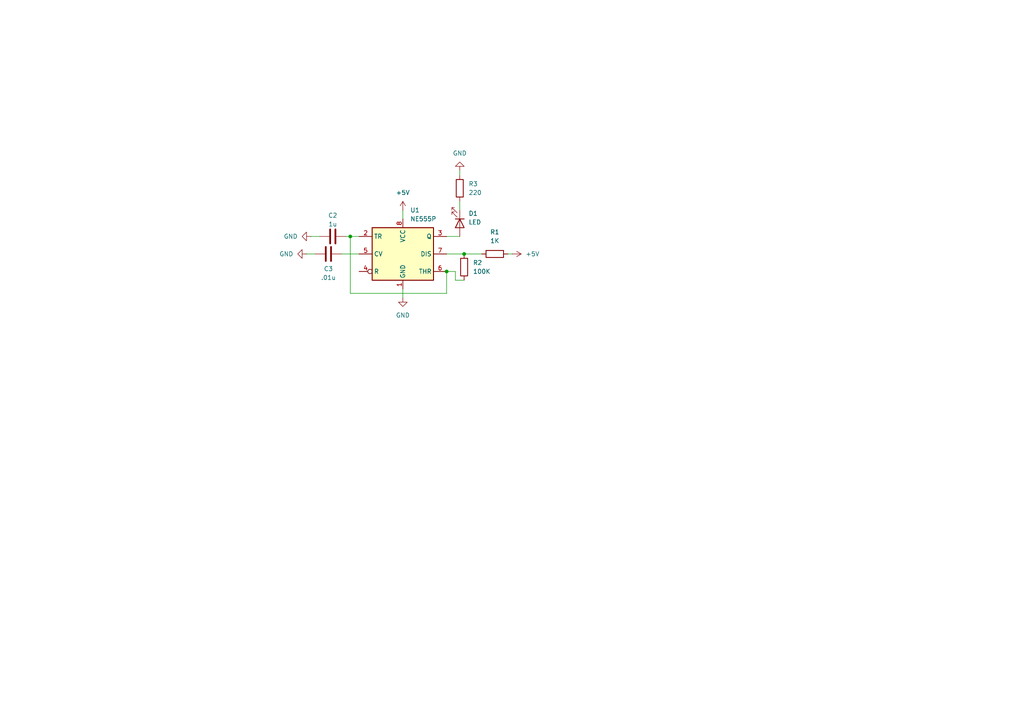
<source format=kicad_sch>
(kicad_sch (version 20250114) (generator "eeschema") (generator_version "9.0")
  (paper "A4")
  (lib_symbols
    (symbol "Device:C" (pin_numbers (hide yes)) (pin_names (offset 0.254))
      (property "Reference" "C" (at 0.635 2.54 0))
      (property "Value" "C" (at 0.635 -2.54 0))
      (symbol "C_0_1"
        (polyline (pts (xy -2.032 0.762) (xy 2.032 0.762)) (stroke (width 0.508)))
        (polyline (pts (xy -2.032 -0.762) (xy 2.032 -0.762)) (stroke (width 0.508)))
      )
      (symbol "C_1_1"
        (pin passive line (at 0 3.81 270) (length 2.794) (name "~") (number "1"))
        (pin passive line (at 0 -3.81 90) (length 2.794) (name "~") (number "2"))
      )
    )
    (symbol "Device:LED" (pin_numbers (hide yes)) (pin_names (offset 1.016) (hide yes))
      (property "Reference" "D" (at 0 2.54 0))
      (property "Value" "LED" (at 0 -2.54 0))
      (symbol "LED_0_1"
        (polyline (pts (xy -3.048 -0.762) (xy -4.572 -2.286) (xy -3.81 -2.286) (xy -4.572 -2.286) (xy -4.572 -1.524)))
        (polyline (pts (xy -1.778 -0.762) (xy -3.302 -2.286) (xy -2.54 -2.286) (xy -3.302 -2.286) (xy -3.302 -1.524)))
        (polyline (pts (xy -1.27 0) (xy 1.27 0)))
        (polyline (pts (xy -1.27 -1.27) (xy -1.27 1.27)) (stroke (width 0.254)))
        (polyline (pts (xy 1.27 -1.27) (xy 1.27 1.27) (xy -1.27 0) (xy 1.27 -1.27)) (stroke (width 0.254)))
      )
      (symbol "LED_1_1"
        (pin passive line (at -3.81 0 0) (length 2.54) (name "K") (number "1"))
        (pin passive line (at 3.81 0 180) (length 2.54) (name "A") (number "2"))
      )
    )
    (symbol "Device:R" (pin_numbers (hide yes)) (pin_names (offset 0))
      (property "Reference" "R" (at 2.032 0 90))
      (property "Value" "R" (at 0 0 90))
      (symbol "R_0_1"
        (rectangle (start -1.016 -2.54) (end 1.016 2.54) (stroke (width 0.254)))
      )
      (symbol "R_1_1"
        (pin passive line (at 0 3.81 270) (length 1.27) (name "~") (number "1"))
        (pin passive line (at 0 -3.81 90) (length 1.27) (name "~") (number "2"))
      )
    )
    (symbol "Timer:NE555P"
      (property "Reference" "U" (at -10.16 8.89 0))
      (property "Value" "NE555P" (at 2.54 8.89 0))
      (symbol "NE555P_0_0"
        (pin power_in line (at 0 10.16 270) (length 2.54) (name "VCC") (number "8"))
        (pin power_in line (at 0 -10.16 90) (length 2.54) (name "GND") (number "1"))
      )
      (symbol "NE555P_0_1"
        (rectangle (start -8.89 -7.62) (end 8.89 7.62) (stroke (width 0.254)) (fill (type background)))
        (rectangle (start -8.89 -7.62) (end 8.89 7.62) (stroke (width 0.254)) (fill (type background)))
      )
      (symbol "NE555P_1_1"
        (pin input line (at -12.7 5.08 0) (length 3.81) (name "TR") (number "2"))
        (pin input line (at -12.7 0 0) (length 3.81) (name "CV") (number "5"))
        (pin input inverted (at -12.7 -5.08 0) (length 3.81) (name "R") (number "4"))
        (pin output line (at 12.7 5.08 180) (length 3.81) (name "Q") (number "3"))
        (pin input line (at 12.7 0 180) (length 3.81) (name "DIS") (number "7"))
        (pin input line (at 12.7 -5.08 180) (length 3.81) (name "THR") (number "6"))
      )
    )
    (symbol "power:+5V" (power) (pin_numbers (hide yes)) (pin_names (offset 0) (hide yes))
      (property "Value" "+5V" (at 0 3.556 0))
      (symbol "+5V_0_1"
        (polyline (pts (xy -0.762 1.27) (xy 0 2.54)))
        (polyline (pts (xy 0 2.54) (xy 0.762 1.27)))
        (polyline (pts (xy 0 0) (xy 0 2.54)))
      )
      (symbol "+5V_1_1"
        (pin power_in line (at 0 0 90) (length 0) (name "~") (number "1"))
      )
    )
    (symbol "power:GND" (power) (pin_numbers (hide yes)) (pin_names (offset 0) (hide yes))
      (property "Value" "GND" (at 0 -3.81 0))
      (symbol "GND_0_1"
        (polyline (pts (xy 0 0) (xy 0 -1.27) (xy 1.27 -1.27) (xy 0 -2.54) (xy -1.27 -1.27) (xy 0 -1.27)))
      )
      (symbol "GND_1_1"
        (pin power_in line (at 0 0 270) (length 0) (name "~") (number "1"))
      )
    )
  )
  (junction (at 134.62 73.66))
  (junction (at 101.6 68.58))
  (junction (at 129.54 78.74))
  (wire (pts (xy 134.62 73.66) (xy 129.54 73.66)))
  (wire (pts (xy 133.35 49.53) (xy 133.35 50.8)))
  (wire (pts (xy 116.84 60.96) (xy 116.84 63.5)))
  (wire (pts (xy 134.62 81.28) (xy 132.08 81.28)))
  (wire (pts (xy 100.33 68.58) (xy 101.6 68.58)))
  (wire (pts (xy 129.54 85.09) (xy 101.6 85.09)))
  (wire (pts (xy 129.54 68.58) (xy 133.35 68.58)))
  (wire (pts (xy 90.17 68.58) (xy 92.71 68.58)))
  (wire (pts (xy 88.9 73.66) (xy 91.44 73.66)))
  (wire (pts (xy 147.32 73.66) (xy 148.59 73.66)))
  (wire (pts (xy 129.54 78.74) (xy 129.54 85.09)))
  (wire (pts (xy 134.62 73.66) (xy 139.7 73.66)))
  (wire (pts (xy 99.06 73.66) (xy 104.14 73.66)))
  (wire (pts (xy 101.6 85.09) (xy 101.6 68.58)))
  (wire (pts (xy 101.6 68.58) (xy 104.14 68.58)))
  (wire (pts (xy 116.84 83.82) (xy 116.84 86.36)))
  (wire (pts (xy 133.35 58.42) (xy 133.35 60.96)))
  (wire (pts (xy 132.08 78.74) (xy 129.54 78.74)))
  (wire (pts (xy 132.08 81.28) (xy 132.08 78.74)))
  (symbol (lib_id "power:+5V") (at 116.84 60.96 0) (unit 1)
    (property "Reference" "#PWR01" (effects (hide yes)))
    (property "Value" "+5V" (at 116.84 55.88 0))
    (property "Description" "Power symbol creates a global label with name \"+5V\"" (effects (hide yes)))
  )
  (symbol (lib_id "Device:C") (at 96.52 68.58 90) (unit 1)
    (property "Reference" "C2" (at 96.52 62.484 90))
    (property "Value" "1u" (at 96.52 65.024 90))
    (property "Description" "Unpolarized capacitor" (effects (hide yes)))
  )
  (symbol (lib_id "power:GND") (at 133.35 49.53 180) (unit 1)
    (property "Reference" "#PWR06" (effects (hide yes)))
    (property "Value" "GND" (at 133.35 44.45 0))
    (property "Description" "Power symbol creates a global label with name \"GND\" , ground" (effects (hide yes)))
  )
  (symbol (lib_id "power:GND") (at 116.84 86.36 0) (unit 1)
    (property "Reference" "#PWR02" (effects (hide yes)))
    (property "Value" "GND" (at 116.84 91.44 0))
    (property "Description" "Power symbol creates a global label with name \"GND\" , ground" (effects (hide yes)))
  )
  (symbol (lib_id "Device:R") (at 133.35 54.61 0) (unit 1)
    (property "Reference" "R3" (at 135.89 53.3399 0) (effects (justify left)))
    (property "Value" "220" (at 135.89 55.8799 0) (effects (justify left)))
    (property "Description" "Resistor" (effects (hide yes)))
  )
  (symbol (lib_id "power:+5V") (at 148.59 73.66 270) (unit 1)
    (property "Reference" "#PWR03" (effects (hide yes)))
    (property "Value" "+5V" (at 152.4 73.6599 90) (effects (justify left)))
    (property "Description" "Power symbol creates a global label with name \"+5V\"" (effects (hide yes)))
  )
  (symbol (lib_id "Device:R") (at 134.62 77.47 180) (unit 1)
    (property "Reference" "R2" (at 137.16 76.1999 0) (effects (justify right)))
    (property "Value" "100K" (at 137.16 78.7399 0) (effects (justify right)))
    (property "Description" "Resistor" (effects (hide yes)))
  )
  (symbol (lib_id "Device:R") (at 143.51 73.66 90) (unit 1)
    (property "Reference" "R1" (at 143.51 67.31 90))
    (property "Value" "1K" (at 143.51 69.85 90))
    (property "Description" "Resistor" (effects (hide yes)))
  )
  (symbol (lib_id "Device:LED") (at 133.35 64.77 270) (unit 1)
    (property "Reference" "D1" (at 135.89 61.9124 90) (effects (justify left)))
    (property "Value" "LED" (at 135.89 64.4524 90) (effects (justify left)))
    (property "Description" "Light emitting diode" (effects (hide yes)))
    (property "Sim.Pins" "1=K 2=A" (effects (hide yes)))
  )
  (symbol (lib_id "power:GND") (at 90.17 68.58 270) (unit 1)
    (property "Reference" "#PWR05" (effects (hide yes)))
    (property "Value" "GND" (at 86.36 68.5799 90) (effects (justify right)))
    (property "Description" "Power symbol creates a global label with name \"GND\" , ground" (effects (hide yes)))
  )
  (symbol (lib_id "power:GND") (at 88.9 73.66 270) (unit 1)
    (property "Reference" "#PWR04" (effects (hide yes)))
    (property "Value" "GND" (at 85.09 73.6599 90) (effects (justify right)))
    (property "Description" "Power symbol creates a global label with name \"GND\" , ground" (effects (hide yes)))
  )
  (symbol (lib_id "Timer:NE555P") (at 116.84 73.66 0) (unit 1)
    (property "Reference" "U1" (at 118.9833 60.96 0) (effects (justify left)))
    (property "Value" "NE555P" (at 118.9833 63.5 0) (effects (justify left)))
    (property "Footprint" "Package_DIP:DIP-8_W7.62mm" (effects (hide yes)))
    (property "Datasheet" "http://www.ti.com/lit/ds/symlink/ne555.pdf" (effects (hide yes)))
    (property "Description" "Precision Timers, 555 compatible,  PDIP-8" (effects (hide yes)))
  )
  (symbol (lib_id "Device:C") (at 95.25 73.66 90) (unit 1)
    (property "Reference" "C3" (at 95.25 77.978 90))
    (property "Value" ".01u" (at 95.25 80.518 90))
    (property "Description" "Unpolarized capacitor" (effects (hide yes)))
  )
)
</source>
